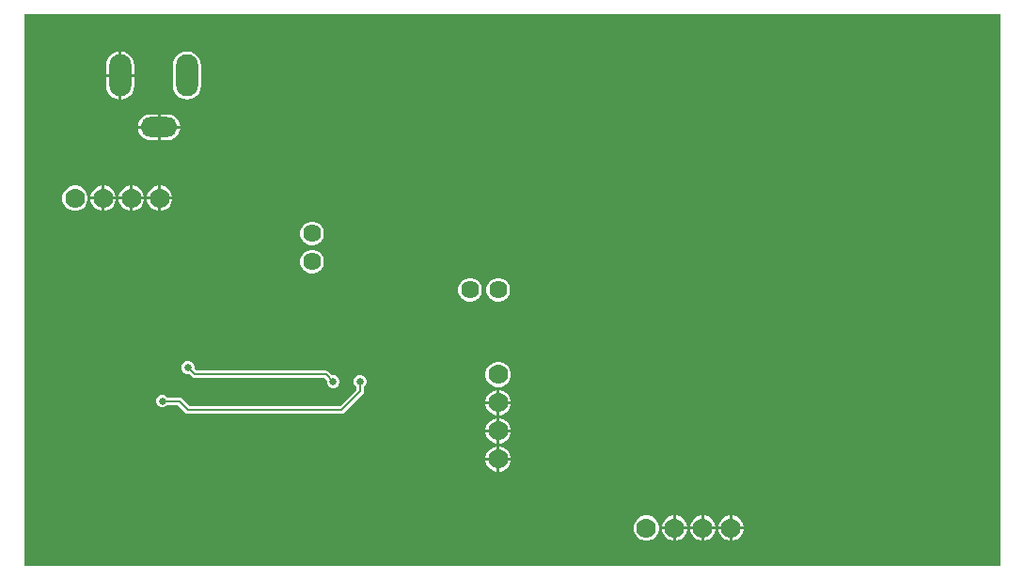
<source format=gbl>
G04*
G04 #@! TF.GenerationSoftware,Altium Limited,Altium Designer,25.2.1 (25)*
G04*
G04 Layer_Physical_Order=2*
G04 Layer_Color=16711680*
%FSLAX25Y25*%
%MOIN*%
G70*
G04*
G04 #@! TF.SameCoordinates,7AEDDAFA-F4C1-4ABB-908B-76DA138DF952*
G04*
G04*
G04 #@! TF.FilePolarity,Positive*
G04*
G01*
G75*
%ADD16C,0.00600*%
%ADD31O,0.07874X0.14961*%
%ADD32O,0.12992X0.07087*%
%ADD33C,0.07000*%
%ADD34C,0.06378*%
%ADD35C,0.02500*%
G36*
X347961Y2039D02*
X2039D01*
Y197961D01*
X347961D01*
Y2039D01*
D02*
G37*
%LPC*%
G36*
X36500Y184457D02*
Y176500D01*
X40980D01*
Y179543D01*
X40810Y180832D01*
X40312Y182033D01*
X39521Y183064D01*
X38490Y183856D01*
X37289Y184353D01*
X36500Y184457D01*
D02*
G37*
G36*
X35500D02*
X34711Y184353D01*
X33510Y183856D01*
X32479Y183064D01*
X31688Y182033D01*
X31190Y180832D01*
X31020Y179543D01*
Y176500D01*
X35500D01*
Y184457D01*
D02*
G37*
G36*
X40980Y175500D02*
X36500D01*
Y167543D01*
X37289Y167647D01*
X38490Y168144D01*
X39521Y168936D01*
X40312Y169967D01*
X40810Y171168D01*
X40980Y172457D01*
Y175500D01*
D02*
G37*
G36*
X35500D02*
X31020D01*
Y172457D01*
X31190Y171168D01*
X31688Y169967D01*
X32479Y168936D01*
X33510Y168144D01*
X34711Y167647D01*
X35500Y167543D01*
Y175500D01*
D02*
G37*
G36*
X59622Y184523D02*
X58333Y184353D01*
X57132Y183856D01*
X56101Y183064D01*
X55310Y182033D01*
X54812Y180832D01*
X54642Y179543D01*
Y172457D01*
X54812Y171168D01*
X55310Y169967D01*
X56101Y168936D01*
X57132Y168144D01*
X58333Y167647D01*
X59622Y167477D01*
X60911Y167647D01*
X62112Y168144D01*
X63143Y168936D01*
X63934Y169967D01*
X64432Y171168D01*
X64602Y172457D01*
Y179543D01*
X64432Y180832D01*
X63934Y182033D01*
X63143Y183064D01*
X62112Y183856D01*
X60911Y184353D01*
X59622Y184523D01*
D02*
G37*
G36*
X52732Y162275D02*
X50279D01*
Y158193D01*
X57249D01*
X57159Y158879D01*
X56701Y159984D01*
X55973Y160933D01*
X55023Y161662D01*
X53918Y162119D01*
X52732Y162275D01*
D02*
G37*
G36*
X49279D02*
X46827D01*
X45641Y162119D01*
X44535Y161662D01*
X43587Y160933D01*
X42858Y159984D01*
X42400Y158879D01*
X42310Y158193D01*
X49279D01*
Y162275D01*
D02*
G37*
G36*
X57249Y157193D02*
X50279D01*
Y153110D01*
X52732D01*
X53918Y153267D01*
X55023Y153724D01*
X55973Y154453D01*
X56701Y155402D01*
X57159Y156507D01*
X57249Y157193D01*
D02*
G37*
G36*
X49279D02*
X42310D01*
X42400Y156507D01*
X42858Y155402D01*
X43587Y154453D01*
X44535Y153724D01*
X45641Y153267D01*
X46827Y153110D01*
X49279D01*
Y157193D01*
D02*
G37*
G36*
X50592Y137000D02*
X50500D01*
Y133000D01*
X54500D01*
Y133092D01*
X54193Y134237D01*
X53601Y135263D01*
X52763Y136101D01*
X51737Y136693D01*
X50592Y137000D01*
D02*
G37*
G36*
X49500D02*
X49408D01*
X48263Y136693D01*
X47237Y136101D01*
X46399Y135263D01*
X45807Y134237D01*
X45500Y133092D01*
Y133000D01*
X49500D01*
Y137000D01*
D02*
G37*
G36*
X40592D02*
X40500D01*
Y133000D01*
X44500D01*
Y133092D01*
X44193Y134237D01*
X43601Y135263D01*
X42763Y136101D01*
X41737Y136693D01*
X40592Y137000D01*
D02*
G37*
G36*
X39500D02*
X39408D01*
X38263Y136693D01*
X37237Y136101D01*
X36399Y135263D01*
X35807Y134237D01*
X35500Y133092D01*
Y133000D01*
X39500D01*
Y137000D01*
D02*
G37*
G36*
X30592D02*
X30500D01*
Y133000D01*
X34500D01*
Y133092D01*
X34193Y134237D01*
X33601Y135263D01*
X32763Y136101D01*
X31737Y136693D01*
X30592Y137000D01*
D02*
G37*
G36*
X29500D02*
X29408D01*
X28263Y136693D01*
X27237Y136101D01*
X26399Y135263D01*
X25807Y134237D01*
X25500Y133092D01*
Y133000D01*
X29500D01*
Y137000D01*
D02*
G37*
G36*
X54500Y132000D02*
X50500D01*
Y128000D01*
X50592D01*
X51737Y128307D01*
X52763Y128899D01*
X53601Y129737D01*
X54193Y130763D01*
X54500Y131908D01*
Y132000D01*
D02*
G37*
G36*
X49500D02*
X45500D01*
Y131908D01*
X45807Y130763D01*
X46399Y129737D01*
X47237Y128899D01*
X48263Y128307D01*
X49408Y128000D01*
X49500D01*
Y132000D01*
D02*
G37*
G36*
X44500D02*
X40500D01*
Y128000D01*
X40592D01*
X41737Y128307D01*
X42763Y128899D01*
X43601Y129737D01*
X44193Y130763D01*
X44500Y131908D01*
Y132000D01*
D02*
G37*
G36*
X39500D02*
X35500D01*
Y131908D01*
X35807Y130763D01*
X36399Y129737D01*
X37237Y128899D01*
X38263Y128307D01*
X39408Y128000D01*
X39500D01*
Y132000D01*
D02*
G37*
G36*
X34500D02*
X30500D01*
Y128000D01*
X30592D01*
X31737Y128307D01*
X32763Y128899D01*
X33601Y129737D01*
X34193Y130763D01*
X34500Y131908D01*
Y132000D01*
D02*
G37*
G36*
X29500D02*
X25500D01*
Y131908D01*
X25807Y130763D01*
X26399Y129737D01*
X27237Y128899D01*
X28263Y128307D01*
X29408Y128000D01*
X29500D01*
Y132000D01*
D02*
G37*
G36*
X20592Y137000D02*
X19408D01*
X18263Y136693D01*
X17237Y136101D01*
X16399Y135263D01*
X15807Y134237D01*
X15500Y133092D01*
Y131908D01*
X15807Y130763D01*
X16399Y129737D01*
X17237Y128899D01*
X18263Y128307D01*
X19408Y128000D01*
X20592D01*
X21737Y128307D01*
X22763Y128899D01*
X23601Y129737D01*
X24193Y130763D01*
X24500Y131908D01*
Y133092D01*
X24193Y134237D01*
X23601Y135263D01*
X22763Y136101D01*
X21737Y136693D01*
X20592Y137000D01*
D02*
G37*
G36*
X104551Y124189D02*
X103448D01*
X102383Y123904D01*
X101428Y123352D01*
X100648Y122572D01*
X100096Y121617D01*
X99811Y120552D01*
Y119448D01*
X100096Y118383D01*
X100648Y117428D01*
X101428Y116648D01*
X102383Y116096D01*
X103448Y115811D01*
X104551D01*
X105617Y116096D01*
X106572Y116648D01*
X107352Y117428D01*
X107904Y118383D01*
X108189Y119448D01*
Y120552D01*
X107904Y121617D01*
X107352Y122572D01*
X106572Y123352D01*
X105617Y123904D01*
X104551Y124189D01*
D02*
G37*
G36*
Y114189D02*
X103448D01*
X102383Y113903D01*
X101428Y113352D01*
X100648Y112572D01*
X100096Y111617D01*
X99811Y110552D01*
Y109449D01*
X100096Y108383D01*
X100648Y107428D01*
X101428Y106648D01*
X102383Y106096D01*
X103448Y105811D01*
X104551D01*
X105617Y106096D01*
X106572Y106648D01*
X107352Y107428D01*
X107904Y108383D01*
X108189Y109449D01*
Y110552D01*
X107904Y111617D01*
X107352Y112572D01*
X106572Y113352D01*
X105617Y113903D01*
X104551Y114189D01*
D02*
G37*
G36*
X170552Y104189D02*
X169448D01*
X168383Y103903D01*
X167428Y103352D01*
X166648Y102572D01*
X166096Y101617D01*
X165811Y100551D01*
Y99449D01*
X166096Y98383D01*
X166648Y97428D01*
X167428Y96648D01*
X168383Y96096D01*
X169448Y95811D01*
X170552D01*
X171617Y96096D01*
X172572Y96648D01*
X173352Y97428D01*
X173904Y98383D01*
X174189Y99449D01*
Y100551D01*
X173904Y101617D01*
X173352Y102572D01*
X172572Y103352D01*
X171617Y103903D01*
X170552Y104189D01*
D02*
G37*
G36*
X160552D02*
X159449D01*
X158383Y103903D01*
X157428Y103352D01*
X156648Y102572D01*
X156096Y101617D01*
X155811Y100551D01*
Y99449D01*
X156096Y98383D01*
X156648Y97428D01*
X157428Y96648D01*
X158383Y96096D01*
X159449Y95811D01*
X160552D01*
X161617Y96096D01*
X162572Y96648D01*
X163352Y97428D01*
X163903Y98383D01*
X164189Y99449D01*
Y100551D01*
X163903Y101617D01*
X163352Y102572D01*
X162572Y103352D01*
X161617Y103903D01*
X160552Y104189D01*
D02*
G37*
G36*
X170592Y74500D02*
X169408D01*
X168263Y74193D01*
X167237Y73601D01*
X166399Y72763D01*
X165807Y71737D01*
X165500Y70592D01*
Y69408D01*
X165807Y68263D01*
X166399Y67237D01*
X167237Y66399D01*
X168263Y65807D01*
X169408Y65500D01*
X170592D01*
X171737Y65807D01*
X172763Y66399D01*
X173601Y67237D01*
X174193Y68263D01*
X174500Y69408D01*
Y70592D01*
X174193Y71737D01*
X173601Y72763D01*
X172763Y73601D01*
X171737Y74193D01*
X170592Y74500D01*
D02*
G37*
G36*
X60448Y74750D02*
X59552D01*
X58726Y74408D01*
X58092Y73774D01*
X57750Y72948D01*
Y72052D01*
X58092Y71226D01*
X58726Y70592D01*
X59552Y70250D01*
X60375D01*
X61563Y69063D01*
X61993Y68775D01*
X62500Y68674D01*
X108451D01*
X109250Y67875D01*
Y67052D01*
X109592Y66225D01*
X110225Y65592D01*
X111052Y65250D01*
X111948D01*
X112775Y65592D01*
X113408Y66225D01*
X113750Y67052D01*
Y67948D01*
X113408Y68774D01*
X112775Y69407D01*
X111948Y69750D01*
X111125D01*
X109937Y70937D01*
X109507Y71225D01*
X109000Y71325D01*
X63049D01*
X62250Y72124D01*
Y72948D01*
X61908Y73774D01*
X61274Y74408D01*
X60448Y74750D01*
D02*
G37*
G36*
X170592Y64500D02*
X170500D01*
Y60500D01*
X174500D01*
Y60592D01*
X174193Y61737D01*
X173601Y62763D01*
X172763Y63601D01*
X171737Y64193D01*
X170592Y64500D01*
D02*
G37*
G36*
X169500D02*
X169408D01*
X168263Y64193D01*
X167237Y63601D01*
X166399Y62763D01*
X165807Y61737D01*
X165500Y60592D01*
Y60500D01*
X169500D01*
Y64500D01*
D02*
G37*
G36*
X121448Y69750D02*
X120552D01*
X119726Y69407D01*
X119093Y68774D01*
X118750Y67948D01*
Y67052D01*
X119093Y66225D01*
X119675Y65644D01*
Y64549D01*
X113951Y58825D01*
X60549D01*
X57937Y61437D01*
X57507Y61725D01*
X57000Y61826D01*
X52828D01*
X52807Y61875D01*
X52175Y62507D01*
X51348Y62850D01*
X50452D01*
X49626Y62507D01*
X48992Y61875D01*
X48650Y61048D01*
Y60152D01*
X48992Y59325D01*
X49626Y58693D01*
X50452Y58350D01*
X51348D01*
X52175Y58693D01*
X52657Y59175D01*
X56451D01*
X59063Y56563D01*
X59493Y56275D01*
X60000Y56174D01*
X114500D01*
X115007Y56275D01*
X115437Y56563D01*
X121937Y63063D01*
X122225Y63493D01*
X122326Y64000D01*
Y65644D01*
X122907Y66225D01*
X123250Y67052D01*
Y67948D01*
X122907Y68774D01*
X122274Y69407D01*
X121448Y69750D01*
D02*
G37*
G36*
X174500Y59500D02*
X170500D01*
Y55500D01*
X170592D01*
X171737Y55807D01*
X172763Y56399D01*
X173601Y57237D01*
X174193Y58263D01*
X174500Y59408D01*
Y59500D01*
D02*
G37*
G36*
X169500D02*
X165500D01*
Y59408D01*
X165807Y58263D01*
X166399Y57237D01*
X167237Y56399D01*
X168263Y55807D01*
X169408Y55500D01*
X169500D01*
Y59500D01*
D02*
G37*
G36*
X170592Y54500D02*
X170500D01*
Y50500D01*
X174500D01*
Y50592D01*
X174193Y51737D01*
X173601Y52763D01*
X172763Y53601D01*
X171737Y54193D01*
X170592Y54500D01*
D02*
G37*
G36*
X169500D02*
X169408D01*
X168263Y54193D01*
X167237Y53601D01*
X166399Y52763D01*
X165807Y51737D01*
X165500Y50592D01*
Y50500D01*
X169500D01*
Y54500D01*
D02*
G37*
G36*
X174500Y49500D02*
X170500D01*
Y45500D01*
X170592D01*
X171737Y45807D01*
X172763Y46399D01*
X173601Y47237D01*
X174193Y48263D01*
X174500Y49408D01*
Y49500D01*
D02*
G37*
G36*
X169500D02*
X165500D01*
Y49408D01*
X165807Y48263D01*
X166399Y47237D01*
X167237Y46399D01*
X168263Y45807D01*
X169408Y45500D01*
X169500D01*
Y49500D01*
D02*
G37*
G36*
X170592Y44500D02*
X170500D01*
Y40500D01*
X174500D01*
Y40592D01*
X174193Y41737D01*
X173601Y42763D01*
X172763Y43601D01*
X171737Y44193D01*
X170592Y44500D01*
D02*
G37*
G36*
X169500D02*
X169408D01*
X168263Y44193D01*
X167237Y43601D01*
X166399Y42763D01*
X165807Y41737D01*
X165500Y40592D01*
Y40500D01*
X169500D01*
Y44500D01*
D02*
G37*
G36*
X174500Y39500D02*
X170500D01*
Y35500D01*
X170592D01*
X171737Y35807D01*
X172763Y36399D01*
X173601Y37237D01*
X174193Y38263D01*
X174500Y39408D01*
Y39500D01*
D02*
G37*
G36*
X169500D02*
X165500D01*
Y39408D01*
X165807Y38263D01*
X166399Y37237D01*
X167237Y36399D01*
X168263Y35807D01*
X169408Y35500D01*
X169500D01*
Y39500D01*
D02*
G37*
G36*
X253092Y20000D02*
X253000D01*
Y16000D01*
X257000D01*
Y16092D01*
X256693Y17237D01*
X256101Y18263D01*
X255263Y19101D01*
X254237Y19693D01*
X253092Y20000D01*
D02*
G37*
G36*
X252000D02*
X251908D01*
X250763Y19693D01*
X249737Y19101D01*
X248899Y18263D01*
X248307Y17237D01*
X248000Y16092D01*
Y16000D01*
X252000D01*
Y20000D01*
D02*
G37*
G36*
X243092D02*
X243000D01*
Y16000D01*
X247000D01*
Y16092D01*
X246693Y17237D01*
X246101Y18263D01*
X245263Y19101D01*
X244237Y19693D01*
X243092Y20000D01*
D02*
G37*
G36*
X242000D02*
X241908D01*
X240763Y19693D01*
X239737Y19101D01*
X238899Y18263D01*
X238307Y17237D01*
X238000Y16092D01*
Y16000D01*
X242000D01*
Y20000D01*
D02*
G37*
G36*
X233092D02*
X233000D01*
Y16000D01*
X237000D01*
Y16092D01*
X236693Y17237D01*
X236101Y18263D01*
X235263Y19101D01*
X234237Y19693D01*
X233092Y20000D01*
D02*
G37*
G36*
X232000D02*
X231908D01*
X230763Y19693D01*
X229737Y19101D01*
X228899Y18263D01*
X228307Y17237D01*
X228000Y16092D01*
Y16000D01*
X232000D01*
Y20000D01*
D02*
G37*
G36*
X257000Y15000D02*
X253000D01*
Y11000D01*
X253092D01*
X254237Y11307D01*
X255263Y11899D01*
X256101Y12737D01*
X256693Y13763D01*
X257000Y14908D01*
Y15000D01*
D02*
G37*
G36*
X252000D02*
X248000D01*
Y14908D01*
X248307Y13763D01*
X248899Y12737D01*
X249737Y11899D01*
X250763Y11307D01*
X251908Y11000D01*
X252000D01*
Y15000D01*
D02*
G37*
G36*
X247000D02*
X243000D01*
Y11000D01*
X243092D01*
X244237Y11307D01*
X245263Y11899D01*
X246101Y12737D01*
X246693Y13763D01*
X247000Y14908D01*
Y15000D01*
D02*
G37*
G36*
X242000D02*
X238000D01*
Y14908D01*
X238307Y13763D01*
X238899Y12737D01*
X239737Y11899D01*
X240763Y11307D01*
X241908Y11000D01*
X242000D01*
Y15000D01*
D02*
G37*
G36*
X237000D02*
X233000D01*
Y11000D01*
X233092D01*
X234237Y11307D01*
X235263Y11899D01*
X236101Y12737D01*
X236693Y13763D01*
X237000Y14908D01*
Y15000D01*
D02*
G37*
G36*
X232000D02*
X228000D01*
Y14908D01*
X228307Y13763D01*
X228899Y12737D01*
X229737Y11899D01*
X230763Y11307D01*
X231908Y11000D01*
X232000D01*
Y15000D01*
D02*
G37*
G36*
X223092Y20000D02*
X221908D01*
X220763Y19693D01*
X219737Y19101D01*
X218899Y18263D01*
X218307Y17237D01*
X218000Y16092D01*
Y14908D01*
X218307Y13763D01*
X218899Y12737D01*
X219737Y11899D01*
X220763Y11307D01*
X221908Y11000D01*
X223092D01*
X224237Y11307D01*
X225263Y11899D01*
X226101Y12737D01*
X226693Y13763D01*
X227000Y14908D01*
Y16092D01*
X226693Y17237D01*
X226101Y18263D01*
X225263Y19101D01*
X224237Y19693D01*
X223092Y20000D01*
D02*
G37*
%LPD*%
D16*
X62500Y70000D02*
X109000D01*
X60000Y72500D02*
X62500Y70000D01*
X109000D02*
X111500Y67500D01*
X57000Y60500D02*
X60000Y57500D01*
X114500D02*
X121000Y64000D01*
X60000Y57500D02*
X114500D01*
X51000Y60500D02*
X57000D01*
X50900Y60600D02*
X51000Y60500D01*
X121000Y64000D02*
Y67500D01*
D31*
X59622Y176000D02*
D03*
X36000D02*
D03*
D32*
X49779Y157693D02*
D03*
D33*
X40000Y132500D02*
D03*
X50000D02*
D03*
X20000D02*
D03*
X30000D02*
D03*
X242500Y15500D02*
D03*
X252500D02*
D03*
X222500D02*
D03*
X232500D02*
D03*
X170000Y60000D02*
D03*
Y70000D02*
D03*
Y40000D02*
D03*
Y50000D02*
D03*
D34*
X104000Y110000D02*
D03*
Y120000D02*
D03*
X170000Y100000D02*
D03*
X160000D02*
D03*
D35*
X50900Y60600D02*
D03*
X121000Y67500D02*
D03*
X60000Y72500D02*
D03*
X111500Y67500D02*
D03*
X138000Y77500D02*
D03*
X90000Y162000D02*
D03*
X39000Y41000D02*
D03*
X150000Y162000D02*
D03*
X67500Y77500D02*
D03*
X312500Y40500D02*
D03*
X282500D02*
D03*
X252500D02*
D03*
X222500D02*
D03*
M02*

</source>
